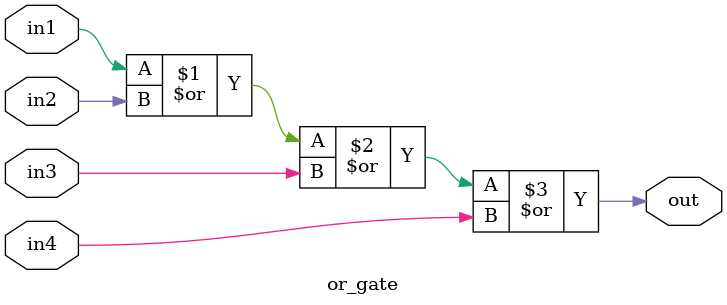
<source format=sv>
module top_module (
    input a,
    input b,
    input c,
    input d,
    output out
);

    // Declare intermediate signals
    wire w1, w2, w3, w4, w5;

    // Implement the logic gates
    nand_gate gate1 (w1, a, ~c);
    nand_gate gate2 (w2, ~b, ~c, d);
    nand_gate gate3 (w3, a, b, ~d);
    nand_gate gate4 (w4, ~a, ~b, ~c);

    or_gate gate5 (w5, w1, w2, w3, w4);

    // Assign the output
    assign out = w5;

endmodule
module nand_gate (
    output out,
    input in1,
    input in2,
    input in3 = 1'b1,
    input in4 = 1'b1
);
    assign out = ~(in1 & in2 & in3 & in4);
endmodule
module or_gate (
    output out,
    input in1,
    input in2,
    input in3 = 1'b0,
    input in4 = 1'b0
);
    assign out = in1 | in2 | in3 | in4;
endmodule

</source>
